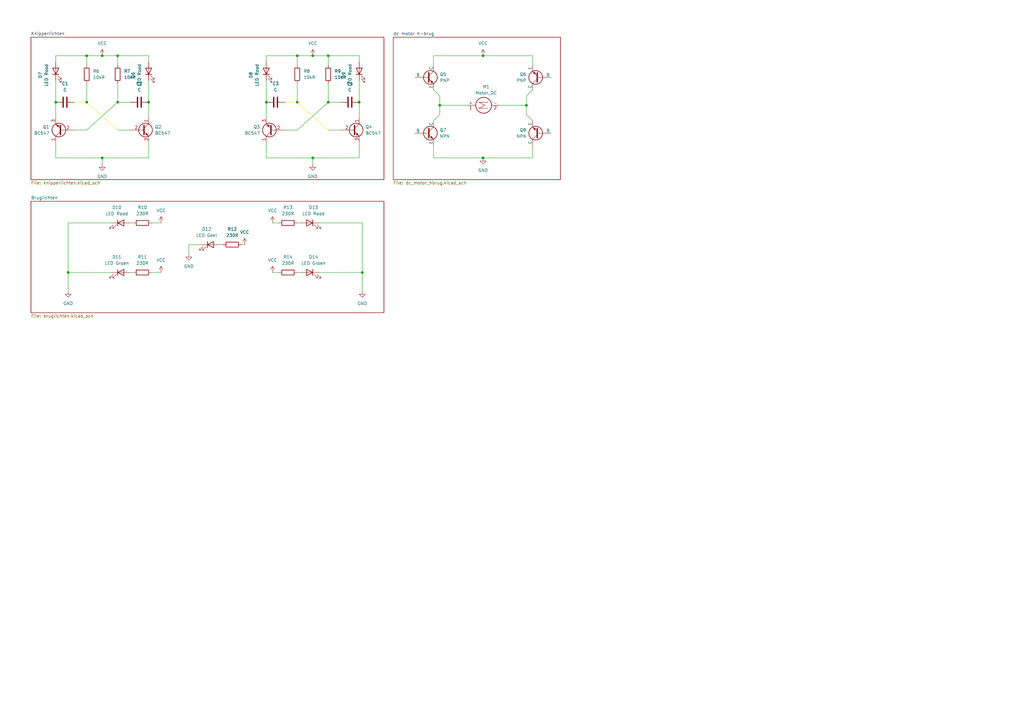
<source format=kicad_sch>
(kicad_sch (version 20230121) (generator eeschema)
  (paper "A3")
  (lib_symbols
    (symbol "Device:C" (pin_numbers hide) (pin_names (offset 0.254))
      (property "Reference" "C" (at 0.635 2.54 0))
      (property "Value" "C" (at 0.635 -2.54 0))
      (symbol "C_0_1"
        (polyline (pts (xy -2.032 -0.762) (xy 2.032 -0.762)) (stroke (width 0.508)))
        (polyline (pts (xy -2.032 0.762) (xy 2.032 0.762)) (stroke (width 0.508)))
      )
      (symbol "C_1_1"
        (pin passive line (at 0 3.81 270) (length 2.794) (name "~") (number "1"))
        (pin passive line (at 0 -3.81 90) (length 2.794) (name "~") (number "2"))
      )
    )
    (symbol "Device:LED" (pin_numbers hide) (pin_names (offset 1.016) hide)
      (property "Reference" "D" (at 0 2.54 0))
      (property "Value" "LED" (at 0 -2.54 0))
      (symbol "LED_0_1"
        (polyline (pts (xy -1.27 -1.27) (xy -1.27 1.27)) (stroke (width 0.254)))
        (polyline (pts (xy -1.27 0) (xy 1.27 0)))
        (polyline (pts (xy 1.27 -1.27) (xy 1.27 1.27) (xy -1.27 0) (xy 1.27 -1.27)) (stroke (width 0.254)))
        (polyline (pts (xy -3.048 -0.762) (xy -4.572 -2.286) (xy -3.81 -2.286) (xy -4.572 -2.286) (xy -4.572 -1.524)))
        (polyline (pts (xy -1.778 -0.762) (xy -3.302 -2.286) (xy -2.54 -2.286) (xy -3.302 -2.286) (xy -3.302 -1.524)))
      )
      (symbol "LED_1_1"
        (pin passive line (at -3.81 0 0) (length 2.54) (name "K") (number "1"))
        (pin passive line (at 3.81 0 180) (length 2.54) (name "A") (number "2"))
      )
    )
    (symbol "Device:R" (pin_numbers hide) (pin_names (offset 0))
      (property "Reference" "R" (at 2.032 0 90))
      (property "Value" "R" (at 0 0 90))
      (symbol "R_0_1"
        (rectangle (start -1.016 -2.54) (end 1.016 2.54) (stroke (width 0.254)))
      )
      (symbol "R_1_1"
        (pin passive line (at 0 3.81 270) (length 1.27) (name "~") (number "1"))
        (pin passive line (at 0 -3.81 90) (length 1.27) (name "~") (number "2"))
      )
    )
    (symbol "Motor:Motor_DC" (pin_names (offset 0))
      (property "Reference" "M" (at 2.54 2.54 0))
      (property "Value" "Motor_DC" (at 2.54 -5.08 0))
      (symbol "Motor_DC_0_0"
        (polyline (pts (xy -1.27 -3.302) (xy -1.27 0.508) (xy 0 -2.032) (xy 1.27 0.508) (xy 1.27 -3.302)))
      )
      (symbol "Motor_DC_0_1"
        (circle (center 0 -1.524) (radius 3.2512) (stroke (width 0.254)))
        (polyline (pts (xy 0 -7.62) (xy 0 -7.112)))
        (polyline (pts (xy 0 -4.7752) (xy 0 -5.1816)))
        (polyline (pts (xy 0 1.7272) (xy 0 2.0828)))
        (polyline (pts (xy 0 2.032) (xy 0 2.54)))
      )
      (symbol "Motor_DC_1_1"
        (pin passive line (at 0 5.08 270) (length 2.54) (name "+") (number "1"))
        (pin passive line (at 0 -7.62 90) (length 2.54) (name "-") (number "2"))
      )
    )
    (symbol "Simulation_SPICE:NPN" (pin_numbers hide) (pin_names (offset 0))
      (property "Reference" "Q" (at -2.54 7.62 0))
      (property "Value" "NPN" (at -2.54 5.08 0))
      (symbol "NPN_0_1"
        (polyline (pts (xy -2.54 0) (xy 0.635 0)) (stroke (width 0.1524)))
        (polyline (pts (xy 0.635 0.635) (xy 2.54 2.54)))
        (polyline (pts (xy 2.794 -1.27) (xy 2.794 -1.27)) (stroke (width 0.1524)))
        (polyline (pts (xy 2.794 -1.27) (xy 2.794 -1.27)) (stroke (width 0.1524)))
        (polyline (pts (xy 0.635 -0.635) (xy 2.54 -2.54) (xy 2.54 -2.54)))
        (polyline (pts (xy 0.635 1.905) (xy 0.635 -1.905) (xy 0.635 -1.905)) (stroke (width 0.508)))
        (polyline (pts (xy 1.27 -1.778) (xy 1.778 -1.27) (xy 2.286 -2.286) (xy 1.27 -1.778) (xy 1.27 -1.778)) (fill (type outline)))
        (circle (center 1.27 0) (radius 2.8194) (stroke (width 0.254)))
      )
      (symbol "NPN_1_1"
        (pin open_collector line (at 2.54 5.08 270) (length 2.54) (name "C") (number "1"))
        (pin input line (at -5.08 0 0) (length 2.54) (name "B") (number "2"))
        (pin open_emitter line (at 2.54 -5.08 90) (length 2.54) (name "E") (number "3"))
      )
    )
    (symbol "Simulation_SPICE:PNP" (pin_numbers hide) (pin_names (offset 0))
      (property "Reference" "Q" (at -2.54 7.62 0))
      (property "Value" "PNP" (at -2.54 5.08 0))
      (symbol "PNP_0_1"
        (polyline (pts (xy -2.54 0) (xy 0.635 0)) (stroke (width 0.1524)))
        (polyline (pts (xy 0.635 0.635) (xy 2.54 2.54)))
        (polyline (pts (xy 0.635 -0.635) (xy 2.54 -2.54) (xy 2.54 -2.54)))
        (polyline (pts (xy 0.635 1.905) (xy 0.635 -1.905) (xy 0.635 -1.905)) (stroke (width 0.508)))
        (polyline (pts (xy 2.286 -1.778) (xy 1.778 -2.286) (xy 1.27 -1.27) (xy 2.286 -1.778) (xy 2.286 -1.778)) (fill (type outline)))
        (circle (center 1.27 0) (radius 2.8194) (stroke (width 0.254)))
      )
      (symbol "PNP_1_1"
        (pin open_collector line (at 2.54 5.08 270) (length 2.54) (name "C") (number "1"))
        (pin input line (at -5.08 0 0) (length 2.54) (name "B") (number "2"))
        (pin open_emitter line (at 2.54 -5.08 90) (length 2.54) (name "E") (number "3"))
      )
    )
    (symbol "Transistor_BJT:BC547" (pin_names (offset 0) hide)
      (property "Reference" "Q" (at 5.08 1.905 0))
      (property "Value" "BC547" (at 5.08 0 0))
      (symbol "BC547_0_1"
        (polyline (pts (xy 0 0) (xy 0.635 0)))
        (polyline (pts (xy 0.635 0.635) (xy 2.54 2.54)))
        (polyline (pts (xy 0.635 -0.635) (xy 2.54 -2.54) (xy 2.54 -2.54)))
        (polyline (pts (xy 0.635 1.905) (xy 0.635 -1.905) (xy 0.635 -1.905)) (stroke (width 0.508)))
        (polyline (pts (xy 1.27 -1.778) (xy 1.778 -1.27) (xy 2.286 -2.286) (xy 1.27 -1.778) (xy 1.27 -1.778)) (fill (type outline)))
        (circle (center 1.27 0) (radius 2.8194) (stroke (width 0.254)))
      )
      (symbol "BC547_1_1"
        (pin passive line (at 2.54 5.08 270) (length 2.54) (name "C") (number "1"))
        (pin input line (at -5.08 0 0) (length 5.08) (name "B") (number "2"))
        (pin passive line (at 2.54 -5.08 90) (length 2.54) (name "E") (number "3"))
      )
    )
    (symbol "power:GND" (power) (pin_names (offset 0))
      (property "Value" "GND" (at 0 -3.81 0))
      (symbol "GND_0_1"
        (polyline (pts (xy 0 0) (xy 0 -1.27) (xy 1.27 -1.27) (xy 0 -2.54) (xy -1.27 -1.27) (xy 0 -1.27)))
      )
      (symbol "GND_1_1"
        (pin power_in line (at 0 0 270) (length 0) hide (name "GND") (number "1"))
      )
    )
    (symbol "power:VCC" (power) (pin_names (offset 0))
      (property "Value" "VCC" (at 0 3.81 0))
      (symbol "VCC_0_1"
        (polyline (pts (xy -0.762 1.27) (xy 0 2.54)))
        (polyline (pts (xy 0 0) (xy 0 2.54)))
        (polyline (pts (xy 0 2.54) (xy 0.762 1.27)))
      )
      (symbol "VCC_1_1"
        (pin power_in line (at 0 0 90) (length 0) hide (name "VCC") (number "1"))
      )
    )
  )
  (junction (at 48.26 41.91))
  (junction (at 35.56 41.91))
  (junction (at 41.91 64.77))
  (junction (at 198.12 22.86))
  (junction (at 22.86 41.91))
  (junction (at 41.91 22.86))
  (junction (at 27.94 111.76))
  (junction (at 121.92 41.91))
  (junction (at 134.62 22.86))
  (junction (at 48.26 22.86))
  (junction (at 128.27 22.86))
  (junction (at 35.56 22.86))
  (junction (at 180.34 43.18))
  (junction (at 128.27 64.77))
  (junction (at 215.9 43.18))
  (junction (at 109.22 41.91))
  (junction (at 148.59 111.76))
  (junction (at 121.92 22.86))
  (junction (at 134.62 41.91))
  (junction (at 60.96 41.91))
  (junction (at 198.12 64.77))
  (junction (at 147.32 41.91))
  (wire (pts (xy 177.8 22.86) (xy 198.12 22.86)))
  (wire (pts (xy 109.22 25.4) (xy 109.22 22.86)))
  (wire (pts (xy 148.59 111.76) (xy 148.59 119.38)))
  (wire (pts (xy 22.86 41.91) (xy 22.86 48.26)))
  (wire (pts (xy 60.96 22.86) (xy 48.26 22.86)))
  (wire (pts (xy 215.9 46.99) (xy 215.9 43.18)))
  (wire (pts (xy 22.86 22.86) (xy 35.56 22.86)))
  (wire (pts (xy 215.9 43.18) (xy 215.9 39.37)))
  (wire (pts (xy 109.22 22.86) (xy 121.92 22.86)))
  (wire (pts (xy 148.59 91.44) (xy 148.59 111.76)))
  (wire (pts (xy 180.34 39.37) (xy 177.8 36.83)))
  (wire (pts (xy 48.26 22.86) (xy 41.91 22.86)))
  (wire (pts (xy 45.72 111.76) (xy 27.94 111.76)))
  (wire (pts (xy 53.34 111.76) (xy 54.61 111.76)))
  (wire (pts (xy 35.56 41.91) (xy 36.83 43.18)) (stroke (width 0) (color 255 221 4 1)))
  (wire (pts (xy 60.96 25.4) (xy 60.96 22.86)))
  (wire (pts (xy 27.94 91.44) (xy 27.94 111.76)))
  (wire (pts (xy 130.81 91.44) (xy 148.59 91.44)))
  (wire (pts (xy 109.22 64.77) (xy 128.27 64.77)))
  (wire (pts (xy 121.92 34.29) (xy 121.92 41.91)))
  (wire (pts (xy 48.26 22.86) (xy 48.26 26.67)))
  (wire (pts (xy 121.92 41.91) (xy 123.19 43.18)) (stroke (width 0) (color 255 221 4 1)))
  (wire (pts (xy 123.19 91.44) (xy 121.92 91.44)))
  (wire (pts (xy 147.32 33.02) (xy 147.32 41.91)))
  (wire (pts (xy 180.34 39.37) (xy 180.34 43.18)))
  (wire (pts (xy 134.62 22.86) (xy 128.27 22.86)))
  (wire (pts (xy 22.86 25.4) (xy 22.86 22.86)))
  (wire (pts (xy 128.27 64.77) (xy 128.27 67.31)))
  (wire (pts (xy 215.9 43.18) (xy 204.47 43.18)))
  (wire (pts (xy 45.72 91.44) (xy 27.94 91.44)))
  (wire (pts (xy 77.47 100.33) (xy 77.47 104.14)))
  (wire (pts (xy 177.8 49.53) (xy 180.34 46.99)))
  (wire (pts (xy 177.8 59.69) (xy 177.8 64.77)))
  (wire (pts (xy 82.55 100.33) (xy 77.47 100.33)))
  (wire (pts (xy 218.44 64.77) (xy 198.12 64.77)))
  (wire (pts (xy 198.12 22.86) (xy 218.44 22.86)))
  (wire (pts (xy 30.48 53.34) (xy 35.56 53.34)))
  (wire (pts (xy 134.62 41.91) (xy 139.7 41.91)))
  (wire (pts (xy 27.94 111.76) (xy 27.94 119.38)))
  (wire (pts (xy 41.91 64.77) (xy 41.91 67.31)))
  (wire (pts (xy 22.86 33.02) (xy 22.86 41.91)))
  (wire (pts (xy 60.96 33.02) (xy 60.96 41.91)))
  (wire (pts (xy 60.96 58.42) (xy 60.96 64.77)))
  (wire (pts (xy 66.04 91.44) (xy 62.23 91.44)))
  (wire (pts (xy 53.34 91.44) (xy 54.61 91.44)))
  (wire (pts (xy 111.76 111.76) (xy 114.3 111.76)))
  (wire (pts (xy 218.44 59.69) (xy 218.44 64.77)))
  (wire (pts (xy 147.32 58.42) (xy 147.32 64.77)))
  (wire (pts (xy 128.27 22.86) (xy 121.92 22.86)))
  (wire (pts (xy 30.48 41.91) (xy 35.56 41.91)) (stroke (width 0) (color 255 221 4 1)))
  (wire (pts (xy 177.8 64.77) (xy 198.12 64.77)))
  (wire (pts (xy 48.26 53.34) (xy 53.34 53.34)))
  (wire (pts (xy 147.32 64.77) (xy 128.27 64.77)))
  (wire (pts (xy 134.62 22.86) (xy 134.62 26.67)))
  (wire (pts (xy 41.91 22.86) (xy 35.56 22.86)))
  (wire (pts (xy 22.86 64.77) (xy 41.91 64.77)))
  (wire (pts (xy 147.32 48.26) (xy 147.32 41.91)))
  (wire (pts (xy 100.33 100.33) (xy 99.06 100.33)))
  (wire (pts (xy 177.8 26.67) (xy 177.8 22.86)))
  (wire (pts (xy 109.22 41.91) (xy 109.22 48.26)))
  (wire (pts (xy 60.96 48.26) (xy 60.96 41.91)))
  (wire (pts (xy 66.04 111.76) (xy 62.23 111.76)))
  (wire (pts (xy 60.96 64.77) (xy 41.91 64.77)))
  (wire (pts (xy 35.56 34.29) (xy 35.56 41.91)))
  (wire (pts (xy 134.62 34.29) (xy 134.62 41.91)))
  (wire (pts (xy 134.62 53.34) (xy 139.7 53.34)))
  (wire (pts (xy 48.26 34.29) (xy 48.26 41.91)))
  (wire (pts (xy 109.22 33.02) (xy 109.22 41.91)))
  (wire (pts (xy 22.86 58.42) (xy 22.86 64.77)))
  (wire (pts (xy 109.22 58.42) (xy 109.22 64.77)))
  (wire (pts (xy 123.19 43.18) (xy 134.62 53.34)) (stroke (width 0) (color 255 221 4 1)))
  (wire (pts (xy 116.84 53.34) (xy 121.92 53.34)))
  (wire (pts (xy 147.32 22.86) (xy 134.62 22.86)))
  (wire (pts (xy 111.76 91.44) (xy 114.3 91.44)))
  (wire (pts (xy 116.84 41.91) (xy 121.92 41.91)) (stroke (width 0) (color 255 221 4 1)))
  (wire (pts (xy 130.81 111.76) (xy 148.59 111.76)))
  (wire (pts (xy 218.44 36.83) (xy 215.9 39.37)))
  (wire (pts (xy 215.9 46.99) (xy 218.44 49.53)))
  (wire (pts (xy 121.92 53.34) (xy 134.62 41.91)))
  (wire (pts (xy 90.17 100.33) (xy 91.44 100.33)))
  (wire (pts (xy 121.92 22.86) (xy 121.92 26.67)))
  (wire (pts (xy 36.83 43.18) (xy 48.26 53.34)) (stroke (width 0) (color 255 221 4 1)))
  (wire (pts (xy 35.56 53.34) (xy 48.26 41.91)))
  (wire (pts (xy 123.19 111.76) (xy 121.92 111.76)))
  (wire (pts (xy 35.56 22.86) (xy 35.56 26.67)))
  (wire (pts (xy 48.26 41.91) (xy 53.34 41.91)))
  (wire (pts (xy 180.34 43.18) (xy 191.77 43.18)))
  (wire (pts (xy 180.34 43.18) (xy 180.34 46.99)))
  (wire (pts (xy 147.32 25.4) (xy 147.32 22.86)))
  (wire (pts (xy 218.44 22.86) (xy 218.44 26.67)))
  (rectangle (start 62.23 33.02) (end 62.23 33.02))
  (rectangle (start 148.59 33.02) (end 148.59 33.02))
  (symbol (lib_id "Device:LED") (at 127 111.76 0) (mirror y) (unit 1)
    (property "Reference" "D14" (at 128.5875 105.41 0))
    (property "Value" "LED Groen" (at 128.5875 107.95 0))
  )
  (symbol (lib_id "Device:C") (at 57.15 41.91 90) (unit 1)
    (property "Reference" "C2" (at 57.15 34.29 90))
    (property "Value" "C" (at 57.15 36.83 90))
  )
  (symbol (lib_id "power:VCC") (at 198.12 22.86 0) (unit 1)
    (property "Reference" "#PWR013" (effects hide))
    (property "Value" "VCC" (at 198.12 17.78 0))
  )
  (symbol (lib_id "Device:C") (at 143.51 41.91 90) (unit 1)
    (property "Reference" "C4" (at 143.51 34.29 90))
    (property "Value" "C" (at 143.51 36.83 90))
  )
  (symbol (lib_id "Transistor_BJT:BC547") (at 144.78 53.34 0) (unit 1)
    (property "Reference" "Q4" (at 149.86 52.07 0) (effects (justify left)))
    (property "Value" "BC547" (at 149.86 54.61 0) (effects (justify left)))
    (property "Footprint" "Package_TO_SOT_THT:TO-92_Inline" (effects hide))
    (property "Datasheet" "https://www.onsemi.com/pub/Collateral/BC550-D.pdf" (effects hide))
  )
  (symbol (lib_id "power:GND") (at 27.94 119.38 0) (unit 1)
    (property "Reference" "#PWR015" (effects hide))
    (property "Value" "GND" (at 27.94 124.46 0))
  )
  (symbol (lib_id "Device:LED") (at 49.53 111.76 0) (unit 1)
    (property "Reference" "D11" (at 47.9425 105.41 0))
    (property "Value" "LED Groen" (at 47.9425 107.95 0))
  )
  (symbol (lib_id "Device:LED") (at 109.22 29.21 90) (unit 1)
    (property "Reference" "D8" (at 102.87 30.7975 0))
    (property "Value" "LED Rood" (at 105.41 30.7975 0))
  )
  (symbol (lib_id "power:GND") (at 148.59 119.38 0) (mirror y) (unit 1)
    (property "Reference" "#PWR022" (effects hide))
    (property "Value" "GND" (at 148.59 124.46 0))
  )
  (symbol (lib_id "power:GND") (at 77.47 104.14 0) (unit 1)
    (property "Reference" "#PWR018" (effects hide))
    (property "Value" "GND" (at 77.47 109.22 0))
  )
  (symbol (lib_id "Device:C") (at 113.03 41.91 90) (unit 1)
    (property "Reference" "C3" (at 113.03 34.29 90))
    (property "Value" "C" (at 113.03 36.83 90))
  )
  (symbol (lib_id "Device:LED") (at 22.86 29.21 90) (unit 1)
    (property "Reference" "D7" (at 16.51 30.7975 0))
    (property "Value" "LED Rood" (at 19.05 30.7975 0))
  )
  (symbol (lib_id "Device:R") (at 118.11 111.76 270) (mirror x) (unit 1)
    (property "Reference" "R14" (at 118.11 105.41 90))
    (property "Value" "230R" (at 118.11 107.95 90))
  )
  (symbol (lib_id "Device:LED") (at 49.53 91.44 0) (unit 1)
    (property "Reference" "D10" (at 47.9425 85.09 0))
    (property "Value" "LED Rood" (at 47.9425 87.63 0))
  )
  (symbol (lib_id "Simulation_SPICE:NPN") (at 175.26 54.61 0) (unit 1)
    (property "Reference" "Q7" (at 180.34 53.34 0) (effects (justify left)))
    (property "Value" "NPN" (at 180.34 55.88 0) (effects (justify left)))
    (property "Sim.Device" "NPN" (effects hide))
    (property "Sim.Type" "GUMMELPOON" (effects hide))
    (property "Sim.Pins" "1=C 2=B 3=E" (effects hide))
  )
  (symbol (lib_id "power:GND") (at 198.12 64.77 0) (unit 1)
    (property "Reference" "#PWR014" (effects hide))
    (property "Value" "GND" (at 198.12 69.85 0))
  )
  (symbol (lib_id "Device:R") (at 95.25 100.33 90) (unit 1)
    (property "Reference" "R12" (at 95.25 93.98 90))
    (property "Value" "230R" (at 95.25 96.52 90))
  )
  (symbol (lib_id "Transistor_BJT:BC547") (at 58.42 53.34 0) (unit 1)
    (property "Reference" "Q2" (at 63.5 52.07 0) (effects (justify left)))
    (property "Value" "BC547" (at 63.5 54.61 0) (effects (justify left)))
    (property "Footprint" "Package_TO_SOT_THT:TO-92_Inline" (effects hide))
    (property "Datasheet" "https://www.onsemi.com/pub/Collateral/BC550-D.pdf" (effects hide))
  )
  (symbol (lib_id "Device:R") (at 48.26 30.48 0) (unit 1)
    (property "Reference" "R7" (at 50.8 29.21 0) (effects (justify left)))
    (property "Value" "10kR" (at 50.8 31.75 0) (effects (justify left)))
  )
  (symbol (lib_id "power:VCC") (at 100.33 100.33 0) (unit 1)
    (property "Reference" "#PWR019" (effects hide))
    (property "Value" "VCC" (at 100.33 95.25 0))
  )
  (symbol (lib_id "Motor:Motor_DC") (at 196.85 43.18 90) (unit 1)
    (property "Reference" "M1" (at 199.39 35.56 90))
    (property "Value" "Motor_DC" (at 199.39 38.1 90))
  )
  (symbol (lib_id "power:GND") (at 128.27 67.31 0) (unit 1)
    (property "Reference" "#PWR04" (effects hide))
    (property "Value" "GND" (at 128.27 72.39 0))
  )
  (symbol (lib_id "power:VCC") (at 111.76 91.44 0) (unit 1)
    (property "Reference" "#PWR020" (effects hide))
    (property "Value" "VCC" (at 111.76 86.36 0))
  )
  (symbol (lib_id "power:GND") (at 41.91 67.31 0) (unit 1)
    (property "Reference" "#PWR05" (effects hide))
    (property "Value" "GND" (at 41.91 72.39 0))
  )
  (symbol (lib_id "Device:R") (at 134.62 30.48 0) (unit 1)
    (property "Reference" "R9" (at 137.16 29.21 0) (effects (justify left)))
    (property "Value" "10kR" (at 137.16 31.75 0) (effects (justify left)))
  )
  (symbol (lib_id "Device:R") (at 121.92 30.48 180) (unit 1)
    (property "Reference" "R8" (at 124.46 29.21 0) (effects (justify right)))
    (property "Value" "10kR" (at 124.46 31.75 0) (effects (justify right)))
  )
  (symbol (lib_id "power:VCC") (at 66.04 111.76 0) (unit 1)
    (property "Reference" "#PWR017" (effects hide))
    (property "Value" "VCC" (at 66.04 106.68 0))
  )
  (symbol (lib_id "Transistor_BJT:BC547") (at 25.4 53.34 180) (unit 1)
    (property "Reference" "Q1" (at 20.32 52.07 0) (effects (justify left)))
    (property "Value" "BC547" (at 20.32 54.61 0) (effects (justify left)))
    (property "Footprint" "Package_TO_SOT_THT:TO-92_Inline" (effects hide))
    (property "Datasheet" "https://www.onsemi.com/pub/Collateral/BC550-D.pdf" (effects hide))
  )
  (symbol (lib_id "Device:R") (at 118.11 91.44 270) (mirror x) (unit 1)
    (property "Reference" "R13" (at 118.11 85.09 90))
    (property "Value" "230R" (at 118.11 87.63 90))
  )
  (symbol (lib_id "Device:R") (at 58.42 111.76 90) (unit 1)
    (property "Reference" "R11" (at 58.42 105.41 90))
    (property "Value" "230R" (at 58.42 107.95 90))
  )
  (symbol (lib_id "Transistor_BJT:BC547") (at 111.76 53.34 180) (unit 1)
    (property "Reference" "Q3" (at 106.68 52.07 0) (effects (justify left)))
    (property "Value" "BC547" (at 106.68 54.61 0) (effects (justify left)))
    (property "Footprint" "Package_TO_SOT_THT:TO-92_Inline" (effects hide))
    (property "Datasheet" "https://www.onsemi.com/pub/Collateral/BC550-D.pdf" (effects hide))
  )
  (symbol (lib_id "power:VCC") (at 128.27 22.86 0) (unit 1)
    (property "Reference" "#PWR07" (effects hide))
    (property "Value" "VCC" (at 128.27 17.78 0))
  )
  (symbol (lib_id "power:VCC") (at 41.91 22.86 0) (unit 1)
    (property "Reference" "#PWR06" (effects hide))
    (property "Value" "VCC" (at 41.91 17.78 0))
  )
  (symbol (lib_id "Simulation_SPICE:NPN") (at 220.98 54.61 180) (unit 1)
    (property "Reference" "Q8" (at 215.9 53.34 0) (effects (justify left)))
    (property "Value" "NPN" (at 215.9 55.88 0) (effects (justify left)))
    (property "Sim.Device" "NPN" (effects hide))
    (property "Sim.Type" "GUMMELPOON" (effects hide))
    (property "Sim.Pins" "1=C 2=B 3=E" (effects hide))
  )
  (symbol (lib_id "Simulation_SPICE:PNP") (at 220.98 31.75 180) (unit 1)
    (property "Reference" "Q6" (at 215.9 30.48 0) (effects (justify left)))
    (property "Value" "PNP" (at 215.9 33.02 0) (effects (justify left)))
    (property "Sim.Device" "PNP" (effects hide))
    (property "Sim.Type" "GUMMELPOON" (effects hide))
    (property "Sim.Pins" "1=C 2=B 3=E" (effects hide))
  )
  (symbol (lib_id "Simulation_SPICE:PNP") (at 175.26 31.75 0) (unit 1)
    (property "Reference" "Q5" (at 180.34 30.48 0) (effects (justify left)))
    (property "Value" "PNP" (at 180.34 33.02 0) (effects (justify left)))
    (property "Sim.Device" "PNP" (effects hide))
    (property "Sim.Type" "GUMMELPOON" (effects hide))
    (property "Sim.Pins" "1=C 2=B 3=E" (effects hide))
  )
  (symbol (lib_id "Device:LED") (at 147.32 29.21 90) (unit 1)
    (property "Reference" "D9" (at 140.97 30.7975 0))
    (property "Value" "LED Rood" (at 143.51 30.7975 0))
  )
  (symbol (lib_id "power:VCC") (at 111.76 111.76 0) (unit 1)
    (property "Reference" "#PWR021" (effects hide))
    (property "Value" "VCC" (at 111.76 106.68 0))
  )
  (symbol (lib_id "Device:LED") (at 86.36 100.33 0) (unit 1)
    (property "Reference" "D12" (at 84.7725 93.98 0))
    (property "Value" "LED Geel" (at 84.7725 96.52 0))
  )
  (symbol (lib_id "Device:C") (at 26.67 41.91 90) (unit 1)
    (property "Reference" "C1" (at 26.67 34.29 90))
    (property "Value" "C" (at 26.67 36.83 90))
  )
  (symbol (lib_id "power:VCC") (at 66.04 91.44 0) (unit 1)
    (property "Reference" "#PWR016" (effects hide))
    (property "Value" "VCC" (at 66.04 86.36 0))
  )
  (symbol (lib_id "Device:LED") (at 60.96 29.21 90) (unit 1)
    (property "Reference" "D6" (at 54.61 30.7975 0))
    (property "Value" "LED Rood" (at 57.15 30.7975 0))
  )
  (symbol (lib_id "Device:R") (at 58.42 91.44 90) (unit 1)
    (property "Reference" "R10" (at 58.42 85.09 90))
    (property "Value" "230R" (at 58.42 87.63 90))
  )
  (symbol (lib_id "Device:R") (at 35.56 30.48 180) (unit 1)
    (property "Reference" "R6" (at 38.1 29.21 0) (effects (justify right)))
    (property "Value" "10kR" (at 38.1 31.75 0) (effects (justify right)))
  )
  (symbol (lib_id "Device:LED") (at 127 91.44 0) (mirror y) (unit 1)
    (property "Reference" "D13" (at 128.5875 85.09 0))
    (property "Value" "LED Rood" (at 128.5875 87.63 0))
  )
  (sheet (at 12.7 15.24) (size 144.78 58.42) (stroke (width 0.1524))
    (property "Sheetname" "Knipperlichten" (at 12.7 14.5284 0) (effects (justify left bottom)))
    (property "Sheetfile" "knipperlichten.kicad_sch" (at 12.7 74.2446 0) (effects (justify left top)))
  )
  (sheet (at 161.29 15.24) (size 68.58 58.42) (stroke (width 0.1524))
    (property "Sheetname" "dc motor h-brug" (at 161.29 14.5284 0) (effects (justify left bottom)))
    (property "Sheetfile" "dc_motor_hbrug.kicad_sch" (at 161.29 74.2446 0) (effects (justify left top)))
  )
  (sheet (at 12.7 82.55) (size 144.78 45.72) (stroke (width 0.1524))
    (property "Sheetname" "Bruglichten" (at 12.7 81.8384 0) (effects (justify left bottom)))
    (property "Sheetfile" "bruglichten.kicad_sch" (at 12.7 128.8546 0) (effects (justify left top)))
  )
)
</source>
